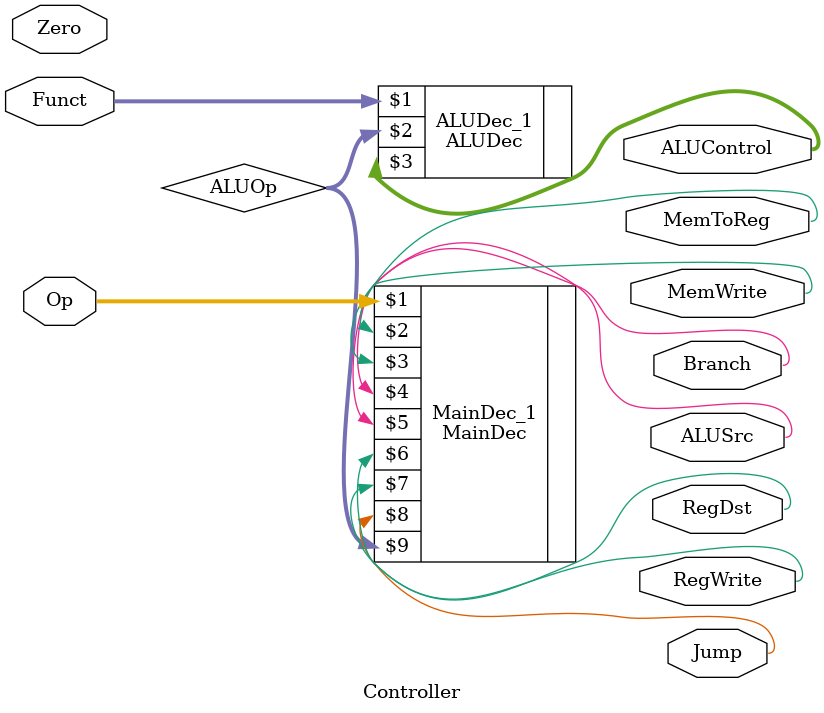
<source format=v>
module Controller(
    input [5:0] Op,Funct,
    input Zero,
    output MemToReg,MemWrite,
    output Branch,ALUSrc,
    output RegDst,RegWrite,
    output Jump,
    output [2:0] ALUControl);
    
    wire [1:0] ALUOp;
    
    MainDec MainDec_1(Op,MemToReg,MemWrite,Branch,ALUSrc,RegDst,RegWrite,Jump,ALUOp);
    
    ALUDec ALUDec_1(Funct,ALUOp,ALUControl);
    

endmodule

</source>
